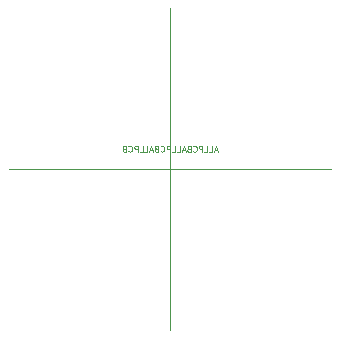
<source format=gbr>
%TF.GenerationSoftware,KiCad,Pcbnew,(5.1.9)-1*%
%TF.CreationDate,2022-12-31T23:17:06-05:00*%
%TF.ProjectId,seamaster-face,7365616d-6173-4746-9572-2d666163652e,rev?*%
%TF.SameCoordinates,Original*%
%TF.FileFunction,Legend,Bot*%
%TF.FilePolarity,Positive*%
%FSLAX46Y46*%
G04 Gerber Fmt 4.6, Leading zero omitted, Abs format (unit mm)*
G04 Created by KiCad (PCBNEW (5.1.9)-1) date 2022-12-31 23:17:06*
%MOMM*%
%LPD*%
G01*
G04 APERTURE LIST*
%ADD10C,0.125000*%
%ADD11C,0.100000*%
G04 APERTURE END LIST*
D10*
X152017704Y-74797433D02*
X151779609Y-74797433D01*
X152065323Y-74940290D02*
X151898657Y-74440290D01*
X151731990Y-74940290D01*
X151327228Y-74940290D02*
X151565323Y-74940290D01*
X151565323Y-74440290D01*
X150922466Y-74940290D02*
X151160561Y-74940290D01*
X151160561Y-74440290D01*
X150755800Y-74940290D02*
X150755800Y-74440290D01*
X150565323Y-74440290D01*
X150517704Y-74464100D01*
X150493895Y-74487909D01*
X150470085Y-74535528D01*
X150470085Y-74606957D01*
X150493895Y-74654576D01*
X150517704Y-74678385D01*
X150565323Y-74702195D01*
X150755800Y-74702195D01*
X149970085Y-74892671D02*
X149993895Y-74916480D01*
X150065323Y-74940290D01*
X150112942Y-74940290D01*
X150184371Y-74916480D01*
X150231990Y-74868861D01*
X150255800Y-74821242D01*
X150279609Y-74726004D01*
X150279609Y-74654576D01*
X150255800Y-74559338D01*
X150231990Y-74511719D01*
X150184371Y-74464100D01*
X150112942Y-74440290D01*
X150065323Y-74440290D01*
X149993895Y-74464100D01*
X149970085Y-74487909D01*
X149589133Y-74678385D02*
X149517704Y-74702195D01*
X149493895Y-74726004D01*
X149470085Y-74773623D01*
X149470085Y-74845052D01*
X149493895Y-74892671D01*
X149517704Y-74916480D01*
X149565323Y-74940290D01*
X149755800Y-74940290D01*
X149755800Y-74440290D01*
X149589133Y-74440290D01*
X149541514Y-74464100D01*
X149517704Y-74487909D01*
X149493895Y-74535528D01*
X149493895Y-74583147D01*
X149517704Y-74630766D01*
X149541514Y-74654576D01*
X149589133Y-74678385D01*
X149755800Y-74678385D01*
X149279609Y-74797433D02*
X149041514Y-74797433D01*
X149327228Y-74940290D02*
X149160561Y-74440290D01*
X148993895Y-74940290D01*
X148589133Y-74940290D02*
X148827228Y-74940290D01*
X148827228Y-74440290D01*
X148184371Y-74940290D02*
X148422466Y-74940290D01*
X148422466Y-74440290D01*
X148017704Y-74940290D02*
X148017704Y-74440290D01*
X147827228Y-74440290D01*
X147779609Y-74464100D01*
X147755800Y-74487909D01*
X147731990Y-74535528D01*
X147731990Y-74606957D01*
X147755800Y-74654576D01*
X147779609Y-74678385D01*
X147827228Y-74702195D01*
X148017704Y-74702195D01*
X147231990Y-74892671D02*
X147255800Y-74916480D01*
X147327228Y-74940290D01*
X147374847Y-74940290D01*
X147446276Y-74916480D01*
X147493895Y-74868861D01*
X147517704Y-74821242D01*
X147541514Y-74726004D01*
X147541514Y-74654576D01*
X147517704Y-74559338D01*
X147493895Y-74511719D01*
X147446276Y-74464100D01*
X147374847Y-74440290D01*
X147327228Y-74440290D01*
X147255800Y-74464100D01*
X147231990Y-74487909D01*
X146851038Y-74678385D02*
X146779609Y-74702195D01*
X146755800Y-74726004D01*
X146731990Y-74773623D01*
X146731990Y-74845052D01*
X146755800Y-74892671D01*
X146779609Y-74916480D01*
X146827228Y-74940290D01*
X147017704Y-74940290D01*
X147017704Y-74440290D01*
X146851038Y-74440290D01*
X146803419Y-74464100D01*
X146779609Y-74487909D01*
X146755800Y-74535528D01*
X146755800Y-74583147D01*
X146779609Y-74630766D01*
X146803419Y-74654576D01*
X146851038Y-74678385D01*
X147017704Y-74678385D01*
X146541514Y-74797433D02*
X146303419Y-74797433D01*
X146589133Y-74940290D02*
X146422466Y-74440290D01*
X146255800Y-74940290D01*
X145851038Y-74940290D02*
X146089133Y-74940290D01*
X146089133Y-74440290D01*
X145446276Y-74940290D02*
X145684371Y-74940290D01*
X145684371Y-74440290D01*
X145279609Y-74940290D02*
X145279609Y-74440290D01*
X145089133Y-74440290D01*
X145041514Y-74464100D01*
X145017704Y-74487909D01*
X144993895Y-74535528D01*
X144993895Y-74606957D01*
X145017704Y-74654576D01*
X145041514Y-74678385D01*
X145089133Y-74702195D01*
X145279609Y-74702195D01*
X144493895Y-74892671D02*
X144517704Y-74916480D01*
X144589133Y-74940290D01*
X144636752Y-74940290D01*
X144708180Y-74916480D01*
X144755800Y-74868861D01*
X144779609Y-74821242D01*
X144803419Y-74726004D01*
X144803419Y-74654576D01*
X144779609Y-74559338D01*
X144755800Y-74511719D01*
X144708180Y-74464100D01*
X144636752Y-74440290D01*
X144589133Y-74440290D01*
X144517704Y-74464100D01*
X144493895Y-74487909D01*
X144112942Y-74678385D02*
X144041514Y-74702195D01*
X144017704Y-74726004D01*
X143993895Y-74773623D01*
X143993895Y-74845052D01*
X144017704Y-74892671D01*
X144041514Y-74916480D01*
X144089133Y-74940290D01*
X144279609Y-74940290D01*
X144279609Y-74440290D01*
X144112942Y-74440290D01*
X144065323Y-74464100D01*
X144041514Y-74487909D01*
X144017704Y-74535528D01*
X144017704Y-74583147D01*
X144041514Y-74630766D01*
X144065323Y-74654576D01*
X144112942Y-74678385D01*
X144279609Y-74678385D01*
D11*
%TO.C,SeaMasterFace*%
G36*
X148072100Y-90152600D02*
G01*
X147972100Y-90152600D01*
X147972100Y-62814200D01*
X148072100Y-62814200D01*
X148072100Y-90152600D01*
G37*
G36*
X161690900Y-76532200D02*
G01*
X134353300Y-76532200D01*
X134353300Y-76432200D01*
X161690900Y-76432200D01*
X161690900Y-76532200D01*
G37*
%TD*%
M02*

</source>
